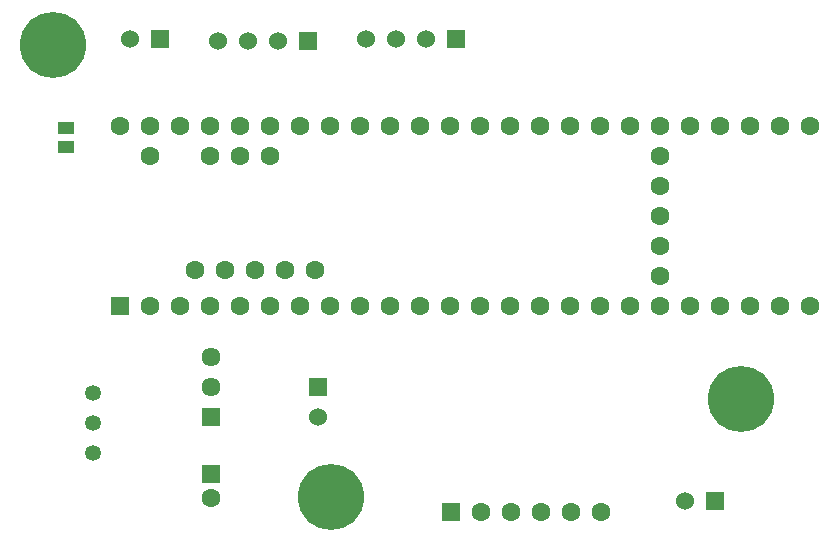
<source format=gbr>
%TF.GenerationSoftware,KiCad,Pcbnew,8.0.2*%
%TF.CreationDate,2024-06-16T16:36:44+02:00*%
%TF.ProjectId,Screen Control,53637265-656e-4204-936f-6e74726f6c2e,rev?*%
%TF.SameCoordinates,Original*%
%TF.FileFunction,Soldermask,Top*%
%TF.FilePolarity,Negative*%
%FSLAX46Y46*%
G04 Gerber Fmt 4.6, Leading zero omitted, Abs format (unit mm)*
G04 Created by KiCad (PCBNEW 8.0.2) date 2024-06-16 16:36:44*
%MOMM*%
%LPD*%
G01*
G04 APERTURE LIST*
%ADD10R,1.610000X1.610000*%
%ADD11C,1.610000*%
%ADD12C,5.600000*%
%ADD13R,1.530000X1.530000*%
%ADD14C,1.530000*%
%ADD15C,1.350000*%
%ADD16R,1.600000X1.600000*%
%ADD17C,1.600000*%
%ADD18R,1.470000X1.070000*%
G04 APERTURE END LIST*
D10*
%TO.C,J7*%
X129590800Y-93624400D03*
D11*
X129590800Y-91084400D03*
X129590800Y-88544400D03*
%TD*%
D12*
%TO.C,*%
X139776200Y-100380800D03*
%TD*%
D13*
%TO.C,J2*%
X138633200Y-91084400D03*
D14*
X138633200Y-93624400D03*
%TD*%
D13*
%TO.C,J4*%
X137795000Y-61747400D03*
D14*
X135255000Y-61747400D03*
X132715000Y-61747400D03*
X130175000Y-61747400D03*
%TD*%
D15*
%TO.C,PS1*%
X119561600Y-96668200D03*
X119561600Y-94128200D03*
X119561600Y-91588200D03*
%TD*%
D12*
%TO.C,*%
X174421800Y-92075000D03*
%TD*%
D16*
%TO.C,C1*%
X129540000Y-98425000D03*
D17*
X129540000Y-100425000D03*
%TD*%
D18*
%TO.C,C2*%
X117271800Y-70771600D03*
X117271800Y-69131600D03*
%TD*%
D13*
%TO.C,J1*%
X150317200Y-61645800D03*
D14*
X147777200Y-61645800D03*
X145237200Y-61645800D03*
X142697200Y-61645800D03*
%TD*%
D12*
%TO.C,*%
X116205000Y-62153800D03*
%TD*%
D13*
%TO.C,J5*%
X125298200Y-61645800D03*
D14*
X122758200Y-61645800D03*
%TD*%
D13*
%TO.C,J6*%
X172212000Y-100761800D03*
D14*
X169672000Y-100761800D03*
%TD*%
D16*
%TO.C,T1*%
X149936200Y-101625400D03*
D17*
X152476200Y-101625400D03*
X155016200Y-101625400D03*
X157556200Y-101625400D03*
X160096200Y-101625400D03*
X162636200Y-101625400D03*
%TD*%
D16*
%TO.C,U1*%
X121908581Y-84170000D03*
D17*
X124448581Y-84170000D03*
X126988581Y-84170000D03*
X129528581Y-84170000D03*
X132068581Y-84170000D03*
X134608581Y-84170000D03*
X137148581Y-84170000D03*
X139688581Y-84170000D03*
X142228581Y-84170000D03*
X144768581Y-84170000D03*
X147308581Y-84170000D03*
X149848581Y-84170000D03*
X152388581Y-84170000D03*
X154928581Y-84170000D03*
X157468581Y-84170000D03*
X160008581Y-84170000D03*
X162548581Y-84170000D03*
X165088581Y-84170000D03*
X167628581Y-84170000D03*
X170168581Y-84170000D03*
X172708581Y-84170000D03*
X175248581Y-84170000D03*
X177788581Y-84170000D03*
X180328581Y-84170000D03*
X167628581Y-81630000D03*
X167628581Y-79090000D03*
X167628581Y-76550000D03*
X167628581Y-74010000D03*
X167628581Y-71470000D03*
X180328581Y-68930000D03*
X177788581Y-68930000D03*
X175248581Y-68930000D03*
X172708581Y-68930000D03*
X170168581Y-68930000D03*
X167628581Y-68930000D03*
X165088581Y-68930000D03*
X162548581Y-68930000D03*
X160008581Y-68930000D03*
X157468581Y-68930000D03*
X154928581Y-68930000D03*
X152388581Y-68930000D03*
X149848581Y-68930000D03*
X147308581Y-68930000D03*
X144768581Y-68930000D03*
X142228581Y-68930000D03*
X139688581Y-68930000D03*
X137148581Y-68930000D03*
X134608581Y-68930000D03*
X132068581Y-68930000D03*
X129528581Y-68930000D03*
X126988581Y-68930000D03*
X124448581Y-68930000D03*
X121908581Y-68930000D03*
X124448581Y-71470000D03*
X129528581Y-71470000D03*
X132068581Y-71470000D03*
X134608581Y-71470000D03*
X128258581Y-81170000D03*
X130798581Y-81170000D03*
X133338581Y-81170000D03*
X135878581Y-81170000D03*
X138418581Y-81170000D03*
%TD*%
M02*

</source>
